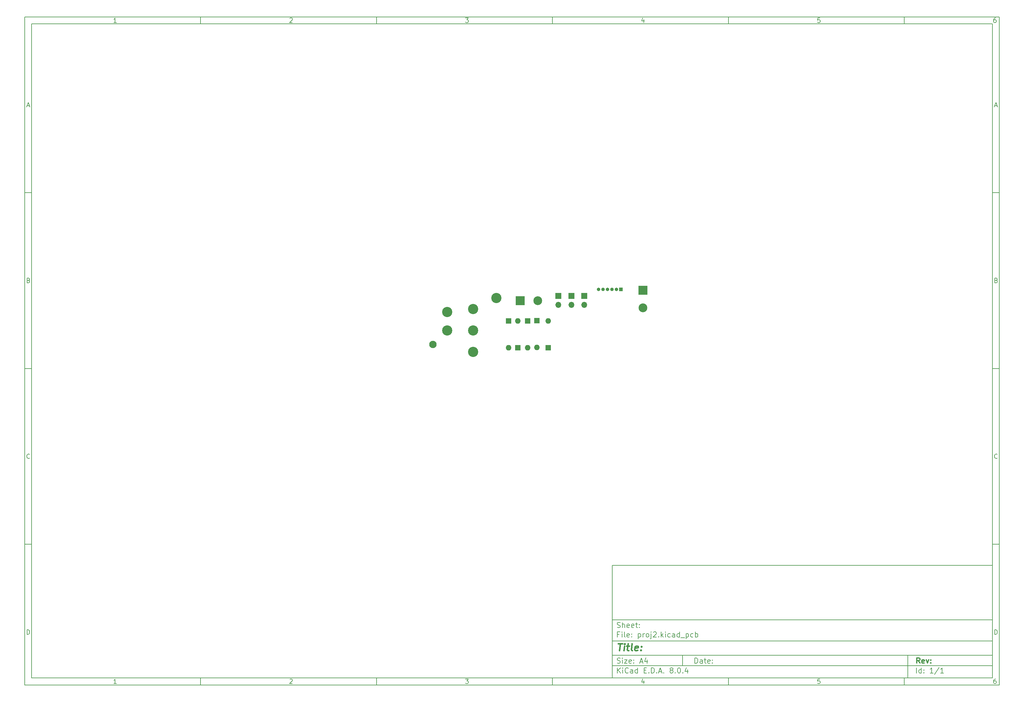
<source format=gbr>
%TF.GenerationSoftware,KiCad,Pcbnew,8.0.4*%
%TF.CreationDate,2024-08-19T20:14:01-04:00*%
%TF.ProjectId,proj2,70726f6a-322e-46b6-9963-61645f706362,rev?*%
%TF.SameCoordinates,Original*%
%TF.FileFunction,Soldermask,Bot*%
%TF.FilePolarity,Negative*%
%FSLAX46Y46*%
G04 Gerber Fmt 4.6, Leading zero omitted, Abs format (unit mm)*
G04 Created by KiCad (PCBNEW 8.0.4) date 2024-08-19 20:14:01*
%MOMM*%
%LPD*%
G01*
G04 APERTURE LIST*
%ADD10C,0.100000*%
%ADD11C,0.150000*%
%ADD12C,0.300000*%
%ADD13C,0.400000*%
%ADD14R,2.500000X2.500000*%
%ADD15C,2.500000*%
%ADD16R,1.600000X1.600000*%
%ADD17O,1.600000X1.600000*%
%ADD18C,2.100000*%
%ADD19C,2.900000*%
%ADD20R,1.700000X1.700000*%
%ADD21O,1.700000X1.700000*%
%ADD22R,1.000000X1.000000*%
%ADD23O,1.000000X1.000000*%
G04 APERTURE END LIST*
D10*
D11*
X177002200Y-166007200D02*
X285002200Y-166007200D01*
X285002200Y-198007200D01*
X177002200Y-198007200D01*
X177002200Y-166007200D01*
D10*
D11*
X10000000Y-10000000D02*
X287002200Y-10000000D01*
X287002200Y-200007200D01*
X10000000Y-200007200D01*
X10000000Y-10000000D01*
D10*
D11*
X12000000Y-12000000D02*
X285002200Y-12000000D01*
X285002200Y-198007200D01*
X12000000Y-198007200D01*
X12000000Y-12000000D01*
D10*
D11*
X60000000Y-12000000D02*
X60000000Y-10000000D01*
D10*
D11*
X110000000Y-12000000D02*
X110000000Y-10000000D01*
D10*
D11*
X160000000Y-12000000D02*
X160000000Y-10000000D01*
D10*
D11*
X210000000Y-12000000D02*
X210000000Y-10000000D01*
D10*
D11*
X260000000Y-12000000D02*
X260000000Y-10000000D01*
D10*
D11*
X36089160Y-11593604D02*
X35346303Y-11593604D01*
X35717731Y-11593604D02*
X35717731Y-10293604D01*
X35717731Y-10293604D02*
X35593922Y-10479319D01*
X35593922Y-10479319D02*
X35470112Y-10603128D01*
X35470112Y-10603128D02*
X35346303Y-10665033D01*
D10*
D11*
X85346303Y-10417414D02*
X85408207Y-10355509D01*
X85408207Y-10355509D02*
X85532017Y-10293604D01*
X85532017Y-10293604D02*
X85841541Y-10293604D01*
X85841541Y-10293604D02*
X85965350Y-10355509D01*
X85965350Y-10355509D02*
X86027255Y-10417414D01*
X86027255Y-10417414D02*
X86089160Y-10541223D01*
X86089160Y-10541223D02*
X86089160Y-10665033D01*
X86089160Y-10665033D02*
X86027255Y-10850747D01*
X86027255Y-10850747D02*
X85284398Y-11593604D01*
X85284398Y-11593604D02*
X86089160Y-11593604D01*
D10*
D11*
X135284398Y-10293604D02*
X136089160Y-10293604D01*
X136089160Y-10293604D02*
X135655826Y-10788842D01*
X135655826Y-10788842D02*
X135841541Y-10788842D01*
X135841541Y-10788842D02*
X135965350Y-10850747D01*
X135965350Y-10850747D02*
X136027255Y-10912652D01*
X136027255Y-10912652D02*
X136089160Y-11036461D01*
X136089160Y-11036461D02*
X136089160Y-11345985D01*
X136089160Y-11345985D02*
X136027255Y-11469795D01*
X136027255Y-11469795D02*
X135965350Y-11531700D01*
X135965350Y-11531700D02*
X135841541Y-11593604D01*
X135841541Y-11593604D02*
X135470112Y-11593604D01*
X135470112Y-11593604D02*
X135346303Y-11531700D01*
X135346303Y-11531700D02*
X135284398Y-11469795D01*
D10*
D11*
X185965350Y-10726938D02*
X185965350Y-11593604D01*
X185655826Y-10231700D02*
X185346303Y-11160271D01*
X185346303Y-11160271D02*
X186151064Y-11160271D01*
D10*
D11*
X236027255Y-10293604D02*
X235408207Y-10293604D01*
X235408207Y-10293604D02*
X235346303Y-10912652D01*
X235346303Y-10912652D02*
X235408207Y-10850747D01*
X235408207Y-10850747D02*
X235532017Y-10788842D01*
X235532017Y-10788842D02*
X235841541Y-10788842D01*
X235841541Y-10788842D02*
X235965350Y-10850747D01*
X235965350Y-10850747D02*
X236027255Y-10912652D01*
X236027255Y-10912652D02*
X236089160Y-11036461D01*
X236089160Y-11036461D02*
X236089160Y-11345985D01*
X236089160Y-11345985D02*
X236027255Y-11469795D01*
X236027255Y-11469795D02*
X235965350Y-11531700D01*
X235965350Y-11531700D02*
X235841541Y-11593604D01*
X235841541Y-11593604D02*
X235532017Y-11593604D01*
X235532017Y-11593604D02*
X235408207Y-11531700D01*
X235408207Y-11531700D02*
X235346303Y-11469795D01*
D10*
D11*
X285965350Y-10293604D02*
X285717731Y-10293604D01*
X285717731Y-10293604D02*
X285593922Y-10355509D01*
X285593922Y-10355509D02*
X285532017Y-10417414D01*
X285532017Y-10417414D02*
X285408207Y-10603128D01*
X285408207Y-10603128D02*
X285346303Y-10850747D01*
X285346303Y-10850747D02*
X285346303Y-11345985D01*
X285346303Y-11345985D02*
X285408207Y-11469795D01*
X285408207Y-11469795D02*
X285470112Y-11531700D01*
X285470112Y-11531700D02*
X285593922Y-11593604D01*
X285593922Y-11593604D02*
X285841541Y-11593604D01*
X285841541Y-11593604D02*
X285965350Y-11531700D01*
X285965350Y-11531700D02*
X286027255Y-11469795D01*
X286027255Y-11469795D02*
X286089160Y-11345985D01*
X286089160Y-11345985D02*
X286089160Y-11036461D01*
X286089160Y-11036461D02*
X286027255Y-10912652D01*
X286027255Y-10912652D02*
X285965350Y-10850747D01*
X285965350Y-10850747D02*
X285841541Y-10788842D01*
X285841541Y-10788842D02*
X285593922Y-10788842D01*
X285593922Y-10788842D02*
X285470112Y-10850747D01*
X285470112Y-10850747D02*
X285408207Y-10912652D01*
X285408207Y-10912652D02*
X285346303Y-11036461D01*
D10*
D11*
X60000000Y-198007200D02*
X60000000Y-200007200D01*
D10*
D11*
X110000000Y-198007200D02*
X110000000Y-200007200D01*
D10*
D11*
X160000000Y-198007200D02*
X160000000Y-200007200D01*
D10*
D11*
X210000000Y-198007200D02*
X210000000Y-200007200D01*
D10*
D11*
X260000000Y-198007200D02*
X260000000Y-200007200D01*
D10*
D11*
X36089160Y-199600804D02*
X35346303Y-199600804D01*
X35717731Y-199600804D02*
X35717731Y-198300804D01*
X35717731Y-198300804D02*
X35593922Y-198486519D01*
X35593922Y-198486519D02*
X35470112Y-198610328D01*
X35470112Y-198610328D02*
X35346303Y-198672233D01*
D10*
D11*
X85346303Y-198424614D02*
X85408207Y-198362709D01*
X85408207Y-198362709D02*
X85532017Y-198300804D01*
X85532017Y-198300804D02*
X85841541Y-198300804D01*
X85841541Y-198300804D02*
X85965350Y-198362709D01*
X85965350Y-198362709D02*
X86027255Y-198424614D01*
X86027255Y-198424614D02*
X86089160Y-198548423D01*
X86089160Y-198548423D02*
X86089160Y-198672233D01*
X86089160Y-198672233D02*
X86027255Y-198857947D01*
X86027255Y-198857947D02*
X85284398Y-199600804D01*
X85284398Y-199600804D02*
X86089160Y-199600804D01*
D10*
D11*
X135284398Y-198300804D02*
X136089160Y-198300804D01*
X136089160Y-198300804D02*
X135655826Y-198796042D01*
X135655826Y-198796042D02*
X135841541Y-198796042D01*
X135841541Y-198796042D02*
X135965350Y-198857947D01*
X135965350Y-198857947D02*
X136027255Y-198919852D01*
X136027255Y-198919852D02*
X136089160Y-199043661D01*
X136089160Y-199043661D02*
X136089160Y-199353185D01*
X136089160Y-199353185D02*
X136027255Y-199476995D01*
X136027255Y-199476995D02*
X135965350Y-199538900D01*
X135965350Y-199538900D02*
X135841541Y-199600804D01*
X135841541Y-199600804D02*
X135470112Y-199600804D01*
X135470112Y-199600804D02*
X135346303Y-199538900D01*
X135346303Y-199538900D02*
X135284398Y-199476995D01*
D10*
D11*
X185965350Y-198734138D02*
X185965350Y-199600804D01*
X185655826Y-198238900D02*
X185346303Y-199167471D01*
X185346303Y-199167471D02*
X186151064Y-199167471D01*
D10*
D11*
X236027255Y-198300804D02*
X235408207Y-198300804D01*
X235408207Y-198300804D02*
X235346303Y-198919852D01*
X235346303Y-198919852D02*
X235408207Y-198857947D01*
X235408207Y-198857947D02*
X235532017Y-198796042D01*
X235532017Y-198796042D02*
X235841541Y-198796042D01*
X235841541Y-198796042D02*
X235965350Y-198857947D01*
X235965350Y-198857947D02*
X236027255Y-198919852D01*
X236027255Y-198919852D02*
X236089160Y-199043661D01*
X236089160Y-199043661D02*
X236089160Y-199353185D01*
X236089160Y-199353185D02*
X236027255Y-199476995D01*
X236027255Y-199476995D02*
X235965350Y-199538900D01*
X235965350Y-199538900D02*
X235841541Y-199600804D01*
X235841541Y-199600804D02*
X235532017Y-199600804D01*
X235532017Y-199600804D02*
X235408207Y-199538900D01*
X235408207Y-199538900D02*
X235346303Y-199476995D01*
D10*
D11*
X285965350Y-198300804D02*
X285717731Y-198300804D01*
X285717731Y-198300804D02*
X285593922Y-198362709D01*
X285593922Y-198362709D02*
X285532017Y-198424614D01*
X285532017Y-198424614D02*
X285408207Y-198610328D01*
X285408207Y-198610328D02*
X285346303Y-198857947D01*
X285346303Y-198857947D02*
X285346303Y-199353185D01*
X285346303Y-199353185D02*
X285408207Y-199476995D01*
X285408207Y-199476995D02*
X285470112Y-199538900D01*
X285470112Y-199538900D02*
X285593922Y-199600804D01*
X285593922Y-199600804D02*
X285841541Y-199600804D01*
X285841541Y-199600804D02*
X285965350Y-199538900D01*
X285965350Y-199538900D02*
X286027255Y-199476995D01*
X286027255Y-199476995D02*
X286089160Y-199353185D01*
X286089160Y-199353185D02*
X286089160Y-199043661D01*
X286089160Y-199043661D02*
X286027255Y-198919852D01*
X286027255Y-198919852D02*
X285965350Y-198857947D01*
X285965350Y-198857947D02*
X285841541Y-198796042D01*
X285841541Y-198796042D02*
X285593922Y-198796042D01*
X285593922Y-198796042D02*
X285470112Y-198857947D01*
X285470112Y-198857947D02*
X285408207Y-198919852D01*
X285408207Y-198919852D02*
X285346303Y-199043661D01*
D10*
D11*
X10000000Y-60000000D02*
X12000000Y-60000000D01*
D10*
D11*
X10000000Y-110000000D02*
X12000000Y-110000000D01*
D10*
D11*
X10000000Y-160000000D02*
X12000000Y-160000000D01*
D10*
D11*
X10690476Y-35222176D02*
X11309523Y-35222176D01*
X10566666Y-35593604D02*
X10999999Y-34293604D01*
X10999999Y-34293604D02*
X11433333Y-35593604D01*
D10*
D11*
X11092857Y-84912652D02*
X11278571Y-84974557D01*
X11278571Y-84974557D02*
X11340476Y-85036461D01*
X11340476Y-85036461D02*
X11402380Y-85160271D01*
X11402380Y-85160271D02*
X11402380Y-85345985D01*
X11402380Y-85345985D02*
X11340476Y-85469795D01*
X11340476Y-85469795D02*
X11278571Y-85531700D01*
X11278571Y-85531700D02*
X11154761Y-85593604D01*
X11154761Y-85593604D02*
X10659523Y-85593604D01*
X10659523Y-85593604D02*
X10659523Y-84293604D01*
X10659523Y-84293604D02*
X11092857Y-84293604D01*
X11092857Y-84293604D02*
X11216666Y-84355509D01*
X11216666Y-84355509D02*
X11278571Y-84417414D01*
X11278571Y-84417414D02*
X11340476Y-84541223D01*
X11340476Y-84541223D02*
X11340476Y-84665033D01*
X11340476Y-84665033D02*
X11278571Y-84788842D01*
X11278571Y-84788842D02*
X11216666Y-84850747D01*
X11216666Y-84850747D02*
X11092857Y-84912652D01*
X11092857Y-84912652D02*
X10659523Y-84912652D01*
D10*
D11*
X11402380Y-135469795D02*
X11340476Y-135531700D01*
X11340476Y-135531700D02*
X11154761Y-135593604D01*
X11154761Y-135593604D02*
X11030952Y-135593604D01*
X11030952Y-135593604D02*
X10845238Y-135531700D01*
X10845238Y-135531700D02*
X10721428Y-135407890D01*
X10721428Y-135407890D02*
X10659523Y-135284080D01*
X10659523Y-135284080D02*
X10597619Y-135036461D01*
X10597619Y-135036461D02*
X10597619Y-134850747D01*
X10597619Y-134850747D02*
X10659523Y-134603128D01*
X10659523Y-134603128D02*
X10721428Y-134479319D01*
X10721428Y-134479319D02*
X10845238Y-134355509D01*
X10845238Y-134355509D02*
X11030952Y-134293604D01*
X11030952Y-134293604D02*
X11154761Y-134293604D01*
X11154761Y-134293604D02*
X11340476Y-134355509D01*
X11340476Y-134355509D02*
X11402380Y-134417414D01*
D10*
D11*
X10659523Y-185593604D02*
X10659523Y-184293604D01*
X10659523Y-184293604D02*
X10969047Y-184293604D01*
X10969047Y-184293604D02*
X11154761Y-184355509D01*
X11154761Y-184355509D02*
X11278571Y-184479319D01*
X11278571Y-184479319D02*
X11340476Y-184603128D01*
X11340476Y-184603128D02*
X11402380Y-184850747D01*
X11402380Y-184850747D02*
X11402380Y-185036461D01*
X11402380Y-185036461D02*
X11340476Y-185284080D01*
X11340476Y-185284080D02*
X11278571Y-185407890D01*
X11278571Y-185407890D02*
X11154761Y-185531700D01*
X11154761Y-185531700D02*
X10969047Y-185593604D01*
X10969047Y-185593604D02*
X10659523Y-185593604D01*
D10*
D11*
X287002200Y-60000000D02*
X285002200Y-60000000D01*
D10*
D11*
X287002200Y-110000000D02*
X285002200Y-110000000D01*
D10*
D11*
X287002200Y-160000000D02*
X285002200Y-160000000D01*
D10*
D11*
X285692676Y-35222176D02*
X286311723Y-35222176D01*
X285568866Y-35593604D02*
X286002199Y-34293604D01*
X286002199Y-34293604D02*
X286435533Y-35593604D01*
D10*
D11*
X286095057Y-84912652D02*
X286280771Y-84974557D01*
X286280771Y-84974557D02*
X286342676Y-85036461D01*
X286342676Y-85036461D02*
X286404580Y-85160271D01*
X286404580Y-85160271D02*
X286404580Y-85345985D01*
X286404580Y-85345985D02*
X286342676Y-85469795D01*
X286342676Y-85469795D02*
X286280771Y-85531700D01*
X286280771Y-85531700D02*
X286156961Y-85593604D01*
X286156961Y-85593604D02*
X285661723Y-85593604D01*
X285661723Y-85593604D02*
X285661723Y-84293604D01*
X285661723Y-84293604D02*
X286095057Y-84293604D01*
X286095057Y-84293604D02*
X286218866Y-84355509D01*
X286218866Y-84355509D02*
X286280771Y-84417414D01*
X286280771Y-84417414D02*
X286342676Y-84541223D01*
X286342676Y-84541223D02*
X286342676Y-84665033D01*
X286342676Y-84665033D02*
X286280771Y-84788842D01*
X286280771Y-84788842D02*
X286218866Y-84850747D01*
X286218866Y-84850747D02*
X286095057Y-84912652D01*
X286095057Y-84912652D02*
X285661723Y-84912652D01*
D10*
D11*
X286404580Y-135469795D02*
X286342676Y-135531700D01*
X286342676Y-135531700D02*
X286156961Y-135593604D01*
X286156961Y-135593604D02*
X286033152Y-135593604D01*
X286033152Y-135593604D02*
X285847438Y-135531700D01*
X285847438Y-135531700D02*
X285723628Y-135407890D01*
X285723628Y-135407890D02*
X285661723Y-135284080D01*
X285661723Y-135284080D02*
X285599819Y-135036461D01*
X285599819Y-135036461D02*
X285599819Y-134850747D01*
X285599819Y-134850747D02*
X285661723Y-134603128D01*
X285661723Y-134603128D02*
X285723628Y-134479319D01*
X285723628Y-134479319D02*
X285847438Y-134355509D01*
X285847438Y-134355509D02*
X286033152Y-134293604D01*
X286033152Y-134293604D02*
X286156961Y-134293604D01*
X286156961Y-134293604D02*
X286342676Y-134355509D01*
X286342676Y-134355509D02*
X286404580Y-134417414D01*
D10*
D11*
X285661723Y-185593604D02*
X285661723Y-184293604D01*
X285661723Y-184293604D02*
X285971247Y-184293604D01*
X285971247Y-184293604D02*
X286156961Y-184355509D01*
X286156961Y-184355509D02*
X286280771Y-184479319D01*
X286280771Y-184479319D02*
X286342676Y-184603128D01*
X286342676Y-184603128D02*
X286404580Y-184850747D01*
X286404580Y-184850747D02*
X286404580Y-185036461D01*
X286404580Y-185036461D02*
X286342676Y-185284080D01*
X286342676Y-185284080D02*
X286280771Y-185407890D01*
X286280771Y-185407890D02*
X286156961Y-185531700D01*
X286156961Y-185531700D02*
X285971247Y-185593604D01*
X285971247Y-185593604D02*
X285661723Y-185593604D01*
D10*
D11*
X200458026Y-193793328D02*
X200458026Y-192293328D01*
X200458026Y-192293328D02*
X200815169Y-192293328D01*
X200815169Y-192293328D02*
X201029455Y-192364757D01*
X201029455Y-192364757D02*
X201172312Y-192507614D01*
X201172312Y-192507614D02*
X201243741Y-192650471D01*
X201243741Y-192650471D02*
X201315169Y-192936185D01*
X201315169Y-192936185D02*
X201315169Y-193150471D01*
X201315169Y-193150471D02*
X201243741Y-193436185D01*
X201243741Y-193436185D02*
X201172312Y-193579042D01*
X201172312Y-193579042D02*
X201029455Y-193721900D01*
X201029455Y-193721900D02*
X200815169Y-193793328D01*
X200815169Y-193793328D02*
X200458026Y-193793328D01*
X202600884Y-193793328D02*
X202600884Y-193007614D01*
X202600884Y-193007614D02*
X202529455Y-192864757D01*
X202529455Y-192864757D02*
X202386598Y-192793328D01*
X202386598Y-192793328D02*
X202100884Y-192793328D01*
X202100884Y-192793328D02*
X201958026Y-192864757D01*
X202600884Y-193721900D02*
X202458026Y-193793328D01*
X202458026Y-193793328D02*
X202100884Y-193793328D01*
X202100884Y-193793328D02*
X201958026Y-193721900D01*
X201958026Y-193721900D02*
X201886598Y-193579042D01*
X201886598Y-193579042D02*
X201886598Y-193436185D01*
X201886598Y-193436185D02*
X201958026Y-193293328D01*
X201958026Y-193293328D02*
X202100884Y-193221900D01*
X202100884Y-193221900D02*
X202458026Y-193221900D01*
X202458026Y-193221900D02*
X202600884Y-193150471D01*
X203100884Y-192793328D02*
X203672312Y-192793328D01*
X203315169Y-192293328D02*
X203315169Y-193579042D01*
X203315169Y-193579042D02*
X203386598Y-193721900D01*
X203386598Y-193721900D02*
X203529455Y-193793328D01*
X203529455Y-193793328D02*
X203672312Y-193793328D01*
X204743741Y-193721900D02*
X204600884Y-193793328D01*
X204600884Y-193793328D02*
X204315170Y-193793328D01*
X204315170Y-193793328D02*
X204172312Y-193721900D01*
X204172312Y-193721900D02*
X204100884Y-193579042D01*
X204100884Y-193579042D02*
X204100884Y-193007614D01*
X204100884Y-193007614D02*
X204172312Y-192864757D01*
X204172312Y-192864757D02*
X204315170Y-192793328D01*
X204315170Y-192793328D02*
X204600884Y-192793328D01*
X204600884Y-192793328D02*
X204743741Y-192864757D01*
X204743741Y-192864757D02*
X204815170Y-193007614D01*
X204815170Y-193007614D02*
X204815170Y-193150471D01*
X204815170Y-193150471D02*
X204100884Y-193293328D01*
X205458026Y-193650471D02*
X205529455Y-193721900D01*
X205529455Y-193721900D02*
X205458026Y-193793328D01*
X205458026Y-193793328D02*
X205386598Y-193721900D01*
X205386598Y-193721900D02*
X205458026Y-193650471D01*
X205458026Y-193650471D02*
X205458026Y-193793328D01*
X205458026Y-192864757D02*
X205529455Y-192936185D01*
X205529455Y-192936185D02*
X205458026Y-193007614D01*
X205458026Y-193007614D02*
X205386598Y-192936185D01*
X205386598Y-192936185D02*
X205458026Y-192864757D01*
X205458026Y-192864757D02*
X205458026Y-193007614D01*
D10*
D11*
X177002200Y-194507200D02*
X285002200Y-194507200D01*
D10*
D11*
X178458026Y-196593328D02*
X178458026Y-195093328D01*
X179315169Y-196593328D02*
X178672312Y-195736185D01*
X179315169Y-195093328D02*
X178458026Y-195950471D01*
X179958026Y-196593328D02*
X179958026Y-195593328D01*
X179958026Y-195093328D02*
X179886598Y-195164757D01*
X179886598Y-195164757D02*
X179958026Y-195236185D01*
X179958026Y-195236185D02*
X180029455Y-195164757D01*
X180029455Y-195164757D02*
X179958026Y-195093328D01*
X179958026Y-195093328D02*
X179958026Y-195236185D01*
X181529455Y-196450471D02*
X181458027Y-196521900D01*
X181458027Y-196521900D02*
X181243741Y-196593328D01*
X181243741Y-196593328D02*
X181100884Y-196593328D01*
X181100884Y-196593328D02*
X180886598Y-196521900D01*
X180886598Y-196521900D02*
X180743741Y-196379042D01*
X180743741Y-196379042D02*
X180672312Y-196236185D01*
X180672312Y-196236185D02*
X180600884Y-195950471D01*
X180600884Y-195950471D02*
X180600884Y-195736185D01*
X180600884Y-195736185D02*
X180672312Y-195450471D01*
X180672312Y-195450471D02*
X180743741Y-195307614D01*
X180743741Y-195307614D02*
X180886598Y-195164757D01*
X180886598Y-195164757D02*
X181100884Y-195093328D01*
X181100884Y-195093328D02*
X181243741Y-195093328D01*
X181243741Y-195093328D02*
X181458027Y-195164757D01*
X181458027Y-195164757D02*
X181529455Y-195236185D01*
X182815170Y-196593328D02*
X182815170Y-195807614D01*
X182815170Y-195807614D02*
X182743741Y-195664757D01*
X182743741Y-195664757D02*
X182600884Y-195593328D01*
X182600884Y-195593328D02*
X182315170Y-195593328D01*
X182315170Y-195593328D02*
X182172312Y-195664757D01*
X182815170Y-196521900D02*
X182672312Y-196593328D01*
X182672312Y-196593328D02*
X182315170Y-196593328D01*
X182315170Y-196593328D02*
X182172312Y-196521900D01*
X182172312Y-196521900D02*
X182100884Y-196379042D01*
X182100884Y-196379042D02*
X182100884Y-196236185D01*
X182100884Y-196236185D02*
X182172312Y-196093328D01*
X182172312Y-196093328D02*
X182315170Y-196021900D01*
X182315170Y-196021900D02*
X182672312Y-196021900D01*
X182672312Y-196021900D02*
X182815170Y-195950471D01*
X184172313Y-196593328D02*
X184172313Y-195093328D01*
X184172313Y-196521900D02*
X184029455Y-196593328D01*
X184029455Y-196593328D02*
X183743741Y-196593328D01*
X183743741Y-196593328D02*
X183600884Y-196521900D01*
X183600884Y-196521900D02*
X183529455Y-196450471D01*
X183529455Y-196450471D02*
X183458027Y-196307614D01*
X183458027Y-196307614D02*
X183458027Y-195879042D01*
X183458027Y-195879042D02*
X183529455Y-195736185D01*
X183529455Y-195736185D02*
X183600884Y-195664757D01*
X183600884Y-195664757D02*
X183743741Y-195593328D01*
X183743741Y-195593328D02*
X184029455Y-195593328D01*
X184029455Y-195593328D02*
X184172313Y-195664757D01*
X186029455Y-195807614D02*
X186529455Y-195807614D01*
X186743741Y-196593328D02*
X186029455Y-196593328D01*
X186029455Y-196593328D02*
X186029455Y-195093328D01*
X186029455Y-195093328D02*
X186743741Y-195093328D01*
X187386598Y-196450471D02*
X187458027Y-196521900D01*
X187458027Y-196521900D02*
X187386598Y-196593328D01*
X187386598Y-196593328D02*
X187315170Y-196521900D01*
X187315170Y-196521900D02*
X187386598Y-196450471D01*
X187386598Y-196450471D02*
X187386598Y-196593328D01*
X188100884Y-196593328D02*
X188100884Y-195093328D01*
X188100884Y-195093328D02*
X188458027Y-195093328D01*
X188458027Y-195093328D02*
X188672313Y-195164757D01*
X188672313Y-195164757D02*
X188815170Y-195307614D01*
X188815170Y-195307614D02*
X188886599Y-195450471D01*
X188886599Y-195450471D02*
X188958027Y-195736185D01*
X188958027Y-195736185D02*
X188958027Y-195950471D01*
X188958027Y-195950471D02*
X188886599Y-196236185D01*
X188886599Y-196236185D02*
X188815170Y-196379042D01*
X188815170Y-196379042D02*
X188672313Y-196521900D01*
X188672313Y-196521900D02*
X188458027Y-196593328D01*
X188458027Y-196593328D02*
X188100884Y-196593328D01*
X189600884Y-196450471D02*
X189672313Y-196521900D01*
X189672313Y-196521900D02*
X189600884Y-196593328D01*
X189600884Y-196593328D02*
X189529456Y-196521900D01*
X189529456Y-196521900D02*
X189600884Y-196450471D01*
X189600884Y-196450471D02*
X189600884Y-196593328D01*
X190243742Y-196164757D02*
X190958028Y-196164757D01*
X190100885Y-196593328D02*
X190600885Y-195093328D01*
X190600885Y-195093328D02*
X191100885Y-196593328D01*
X191600884Y-196450471D02*
X191672313Y-196521900D01*
X191672313Y-196521900D02*
X191600884Y-196593328D01*
X191600884Y-196593328D02*
X191529456Y-196521900D01*
X191529456Y-196521900D02*
X191600884Y-196450471D01*
X191600884Y-196450471D02*
X191600884Y-196593328D01*
X193672313Y-195736185D02*
X193529456Y-195664757D01*
X193529456Y-195664757D02*
X193458027Y-195593328D01*
X193458027Y-195593328D02*
X193386599Y-195450471D01*
X193386599Y-195450471D02*
X193386599Y-195379042D01*
X193386599Y-195379042D02*
X193458027Y-195236185D01*
X193458027Y-195236185D02*
X193529456Y-195164757D01*
X193529456Y-195164757D02*
X193672313Y-195093328D01*
X193672313Y-195093328D02*
X193958027Y-195093328D01*
X193958027Y-195093328D02*
X194100885Y-195164757D01*
X194100885Y-195164757D02*
X194172313Y-195236185D01*
X194172313Y-195236185D02*
X194243742Y-195379042D01*
X194243742Y-195379042D02*
X194243742Y-195450471D01*
X194243742Y-195450471D02*
X194172313Y-195593328D01*
X194172313Y-195593328D02*
X194100885Y-195664757D01*
X194100885Y-195664757D02*
X193958027Y-195736185D01*
X193958027Y-195736185D02*
X193672313Y-195736185D01*
X193672313Y-195736185D02*
X193529456Y-195807614D01*
X193529456Y-195807614D02*
X193458027Y-195879042D01*
X193458027Y-195879042D02*
X193386599Y-196021900D01*
X193386599Y-196021900D02*
X193386599Y-196307614D01*
X193386599Y-196307614D02*
X193458027Y-196450471D01*
X193458027Y-196450471D02*
X193529456Y-196521900D01*
X193529456Y-196521900D02*
X193672313Y-196593328D01*
X193672313Y-196593328D02*
X193958027Y-196593328D01*
X193958027Y-196593328D02*
X194100885Y-196521900D01*
X194100885Y-196521900D02*
X194172313Y-196450471D01*
X194172313Y-196450471D02*
X194243742Y-196307614D01*
X194243742Y-196307614D02*
X194243742Y-196021900D01*
X194243742Y-196021900D02*
X194172313Y-195879042D01*
X194172313Y-195879042D02*
X194100885Y-195807614D01*
X194100885Y-195807614D02*
X193958027Y-195736185D01*
X194886598Y-196450471D02*
X194958027Y-196521900D01*
X194958027Y-196521900D02*
X194886598Y-196593328D01*
X194886598Y-196593328D02*
X194815170Y-196521900D01*
X194815170Y-196521900D02*
X194886598Y-196450471D01*
X194886598Y-196450471D02*
X194886598Y-196593328D01*
X195886599Y-195093328D02*
X196029456Y-195093328D01*
X196029456Y-195093328D02*
X196172313Y-195164757D01*
X196172313Y-195164757D02*
X196243742Y-195236185D01*
X196243742Y-195236185D02*
X196315170Y-195379042D01*
X196315170Y-195379042D02*
X196386599Y-195664757D01*
X196386599Y-195664757D02*
X196386599Y-196021900D01*
X196386599Y-196021900D02*
X196315170Y-196307614D01*
X196315170Y-196307614D02*
X196243742Y-196450471D01*
X196243742Y-196450471D02*
X196172313Y-196521900D01*
X196172313Y-196521900D02*
X196029456Y-196593328D01*
X196029456Y-196593328D02*
X195886599Y-196593328D01*
X195886599Y-196593328D02*
X195743742Y-196521900D01*
X195743742Y-196521900D02*
X195672313Y-196450471D01*
X195672313Y-196450471D02*
X195600884Y-196307614D01*
X195600884Y-196307614D02*
X195529456Y-196021900D01*
X195529456Y-196021900D02*
X195529456Y-195664757D01*
X195529456Y-195664757D02*
X195600884Y-195379042D01*
X195600884Y-195379042D02*
X195672313Y-195236185D01*
X195672313Y-195236185D02*
X195743742Y-195164757D01*
X195743742Y-195164757D02*
X195886599Y-195093328D01*
X197029455Y-196450471D02*
X197100884Y-196521900D01*
X197100884Y-196521900D02*
X197029455Y-196593328D01*
X197029455Y-196593328D02*
X196958027Y-196521900D01*
X196958027Y-196521900D02*
X197029455Y-196450471D01*
X197029455Y-196450471D02*
X197029455Y-196593328D01*
X198386599Y-195593328D02*
X198386599Y-196593328D01*
X198029456Y-195021900D02*
X197672313Y-196093328D01*
X197672313Y-196093328D02*
X198600884Y-196093328D01*
D10*
D11*
X177002200Y-191507200D02*
X285002200Y-191507200D01*
D10*
D12*
X264413853Y-193785528D02*
X263913853Y-193071242D01*
X263556710Y-193785528D02*
X263556710Y-192285528D01*
X263556710Y-192285528D02*
X264128139Y-192285528D01*
X264128139Y-192285528D02*
X264270996Y-192356957D01*
X264270996Y-192356957D02*
X264342425Y-192428385D01*
X264342425Y-192428385D02*
X264413853Y-192571242D01*
X264413853Y-192571242D02*
X264413853Y-192785528D01*
X264413853Y-192785528D02*
X264342425Y-192928385D01*
X264342425Y-192928385D02*
X264270996Y-192999814D01*
X264270996Y-192999814D02*
X264128139Y-193071242D01*
X264128139Y-193071242D02*
X263556710Y-193071242D01*
X265628139Y-193714100D02*
X265485282Y-193785528D01*
X265485282Y-193785528D02*
X265199568Y-193785528D01*
X265199568Y-193785528D02*
X265056710Y-193714100D01*
X265056710Y-193714100D02*
X264985282Y-193571242D01*
X264985282Y-193571242D02*
X264985282Y-192999814D01*
X264985282Y-192999814D02*
X265056710Y-192856957D01*
X265056710Y-192856957D02*
X265199568Y-192785528D01*
X265199568Y-192785528D02*
X265485282Y-192785528D01*
X265485282Y-192785528D02*
X265628139Y-192856957D01*
X265628139Y-192856957D02*
X265699568Y-192999814D01*
X265699568Y-192999814D02*
X265699568Y-193142671D01*
X265699568Y-193142671D02*
X264985282Y-193285528D01*
X266199567Y-192785528D02*
X266556710Y-193785528D01*
X266556710Y-193785528D02*
X266913853Y-192785528D01*
X267485281Y-193642671D02*
X267556710Y-193714100D01*
X267556710Y-193714100D02*
X267485281Y-193785528D01*
X267485281Y-193785528D02*
X267413853Y-193714100D01*
X267413853Y-193714100D02*
X267485281Y-193642671D01*
X267485281Y-193642671D02*
X267485281Y-193785528D01*
X267485281Y-192856957D02*
X267556710Y-192928385D01*
X267556710Y-192928385D02*
X267485281Y-192999814D01*
X267485281Y-192999814D02*
X267413853Y-192928385D01*
X267413853Y-192928385D02*
X267485281Y-192856957D01*
X267485281Y-192856957D02*
X267485281Y-192999814D01*
D10*
D11*
X178386598Y-193721900D02*
X178600884Y-193793328D01*
X178600884Y-193793328D02*
X178958026Y-193793328D01*
X178958026Y-193793328D02*
X179100884Y-193721900D01*
X179100884Y-193721900D02*
X179172312Y-193650471D01*
X179172312Y-193650471D02*
X179243741Y-193507614D01*
X179243741Y-193507614D02*
X179243741Y-193364757D01*
X179243741Y-193364757D02*
X179172312Y-193221900D01*
X179172312Y-193221900D02*
X179100884Y-193150471D01*
X179100884Y-193150471D02*
X178958026Y-193079042D01*
X178958026Y-193079042D02*
X178672312Y-193007614D01*
X178672312Y-193007614D02*
X178529455Y-192936185D01*
X178529455Y-192936185D02*
X178458026Y-192864757D01*
X178458026Y-192864757D02*
X178386598Y-192721900D01*
X178386598Y-192721900D02*
X178386598Y-192579042D01*
X178386598Y-192579042D02*
X178458026Y-192436185D01*
X178458026Y-192436185D02*
X178529455Y-192364757D01*
X178529455Y-192364757D02*
X178672312Y-192293328D01*
X178672312Y-192293328D02*
X179029455Y-192293328D01*
X179029455Y-192293328D02*
X179243741Y-192364757D01*
X179886597Y-193793328D02*
X179886597Y-192793328D01*
X179886597Y-192293328D02*
X179815169Y-192364757D01*
X179815169Y-192364757D02*
X179886597Y-192436185D01*
X179886597Y-192436185D02*
X179958026Y-192364757D01*
X179958026Y-192364757D02*
X179886597Y-192293328D01*
X179886597Y-192293328D02*
X179886597Y-192436185D01*
X180458026Y-192793328D02*
X181243741Y-192793328D01*
X181243741Y-192793328D02*
X180458026Y-193793328D01*
X180458026Y-193793328D02*
X181243741Y-193793328D01*
X182386598Y-193721900D02*
X182243741Y-193793328D01*
X182243741Y-193793328D02*
X181958027Y-193793328D01*
X181958027Y-193793328D02*
X181815169Y-193721900D01*
X181815169Y-193721900D02*
X181743741Y-193579042D01*
X181743741Y-193579042D02*
X181743741Y-193007614D01*
X181743741Y-193007614D02*
X181815169Y-192864757D01*
X181815169Y-192864757D02*
X181958027Y-192793328D01*
X181958027Y-192793328D02*
X182243741Y-192793328D01*
X182243741Y-192793328D02*
X182386598Y-192864757D01*
X182386598Y-192864757D02*
X182458027Y-193007614D01*
X182458027Y-193007614D02*
X182458027Y-193150471D01*
X182458027Y-193150471D02*
X181743741Y-193293328D01*
X183100883Y-193650471D02*
X183172312Y-193721900D01*
X183172312Y-193721900D02*
X183100883Y-193793328D01*
X183100883Y-193793328D02*
X183029455Y-193721900D01*
X183029455Y-193721900D02*
X183100883Y-193650471D01*
X183100883Y-193650471D02*
X183100883Y-193793328D01*
X183100883Y-192864757D02*
X183172312Y-192936185D01*
X183172312Y-192936185D02*
X183100883Y-193007614D01*
X183100883Y-193007614D02*
X183029455Y-192936185D01*
X183029455Y-192936185D02*
X183100883Y-192864757D01*
X183100883Y-192864757D02*
X183100883Y-193007614D01*
X184886598Y-193364757D02*
X185600884Y-193364757D01*
X184743741Y-193793328D02*
X185243741Y-192293328D01*
X185243741Y-192293328D02*
X185743741Y-193793328D01*
X186886598Y-192793328D02*
X186886598Y-193793328D01*
X186529455Y-192221900D02*
X186172312Y-193293328D01*
X186172312Y-193293328D02*
X187100883Y-193293328D01*
D10*
D11*
X263458026Y-196593328D02*
X263458026Y-195093328D01*
X264815170Y-196593328D02*
X264815170Y-195093328D01*
X264815170Y-196521900D02*
X264672312Y-196593328D01*
X264672312Y-196593328D02*
X264386598Y-196593328D01*
X264386598Y-196593328D02*
X264243741Y-196521900D01*
X264243741Y-196521900D02*
X264172312Y-196450471D01*
X264172312Y-196450471D02*
X264100884Y-196307614D01*
X264100884Y-196307614D02*
X264100884Y-195879042D01*
X264100884Y-195879042D02*
X264172312Y-195736185D01*
X264172312Y-195736185D02*
X264243741Y-195664757D01*
X264243741Y-195664757D02*
X264386598Y-195593328D01*
X264386598Y-195593328D02*
X264672312Y-195593328D01*
X264672312Y-195593328D02*
X264815170Y-195664757D01*
X265529455Y-196450471D02*
X265600884Y-196521900D01*
X265600884Y-196521900D02*
X265529455Y-196593328D01*
X265529455Y-196593328D02*
X265458027Y-196521900D01*
X265458027Y-196521900D02*
X265529455Y-196450471D01*
X265529455Y-196450471D02*
X265529455Y-196593328D01*
X265529455Y-195664757D02*
X265600884Y-195736185D01*
X265600884Y-195736185D02*
X265529455Y-195807614D01*
X265529455Y-195807614D02*
X265458027Y-195736185D01*
X265458027Y-195736185D02*
X265529455Y-195664757D01*
X265529455Y-195664757D02*
X265529455Y-195807614D01*
X268172313Y-196593328D02*
X267315170Y-196593328D01*
X267743741Y-196593328D02*
X267743741Y-195093328D01*
X267743741Y-195093328D02*
X267600884Y-195307614D01*
X267600884Y-195307614D02*
X267458027Y-195450471D01*
X267458027Y-195450471D02*
X267315170Y-195521900D01*
X269886598Y-195021900D02*
X268600884Y-196950471D01*
X271172313Y-196593328D02*
X270315170Y-196593328D01*
X270743741Y-196593328D02*
X270743741Y-195093328D01*
X270743741Y-195093328D02*
X270600884Y-195307614D01*
X270600884Y-195307614D02*
X270458027Y-195450471D01*
X270458027Y-195450471D02*
X270315170Y-195521900D01*
D10*
D11*
X177002200Y-187507200D02*
X285002200Y-187507200D01*
D10*
D13*
X178693928Y-188211638D02*
X179836785Y-188211638D01*
X179015357Y-190211638D02*
X179265357Y-188211638D01*
X180253452Y-190211638D02*
X180420119Y-188878304D01*
X180503452Y-188211638D02*
X180396309Y-188306876D01*
X180396309Y-188306876D02*
X180479643Y-188402114D01*
X180479643Y-188402114D02*
X180586786Y-188306876D01*
X180586786Y-188306876D02*
X180503452Y-188211638D01*
X180503452Y-188211638D02*
X180479643Y-188402114D01*
X181086786Y-188878304D02*
X181848690Y-188878304D01*
X181455833Y-188211638D02*
X181241548Y-189925923D01*
X181241548Y-189925923D02*
X181312976Y-190116400D01*
X181312976Y-190116400D02*
X181491548Y-190211638D01*
X181491548Y-190211638D02*
X181682024Y-190211638D01*
X182634405Y-190211638D02*
X182455833Y-190116400D01*
X182455833Y-190116400D02*
X182384405Y-189925923D01*
X182384405Y-189925923D02*
X182598690Y-188211638D01*
X184170119Y-190116400D02*
X183967738Y-190211638D01*
X183967738Y-190211638D02*
X183586785Y-190211638D01*
X183586785Y-190211638D02*
X183408214Y-190116400D01*
X183408214Y-190116400D02*
X183336785Y-189925923D01*
X183336785Y-189925923D02*
X183432024Y-189164019D01*
X183432024Y-189164019D02*
X183551071Y-188973542D01*
X183551071Y-188973542D02*
X183753452Y-188878304D01*
X183753452Y-188878304D02*
X184134404Y-188878304D01*
X184134404Y-188878304D02*
X184312976Y-188973542D01*
X184312976Y-188973542D02*
X184384404Y-189164019D01*
X184384404Y-189164019D02*
X184360595Y-189354495D01*
X184360595Y-189354495D02*
X183384404Y-189544971D01*
X185134405Y-190021161D02*
X185217738Y-190116400D01*
X185217738Y-190116400D02*
X185110595Y-190211638D01*
X185110595Y-190211638D02*
X185027262Y-190116400D01*
X185027262Y-190116400D02*
X185134405Y-190021161D01*
X185134405Y-190021161D02*
X185110595Y-190211638D01*
X185265357Y-188973542D02*
X185348690Y-189068780D01*
X185348690Y-189068780D02*
X185241548Y-189164019D01*
X185241548Y-189164019D02*
X185158214Y-189068780D01*
X185158214Y-189068780D02*
X185265357Y-188973542D01*
X185265357Y-188973542D02*
X185241548Y-189164019D01*
D10*
D11*
X178958026Y-185607614D02*
X178458026Y-185607614D01*
X178458026Y-186393328D02*
X178458026Y-184893328D01*
X178458026Y-184893328D02*
X179172312Y-184893328D01*
X179743740Y-186393328D02*
X179743740Y-185393328D01*
X179743740Y-184893328D02*
X179672312Y-184964757D01*
X179672312Y-184964757D02*
X179743740Y-185036185D01*
X179743740Y-185036185D02*
X179815169Y-184964757D01*
X179815169Y-184964757D02*
X179743740Y-184893328D01*
X179743740Y-184893328D02*
X179743740Y-185036185D01*
X180672312Y-186393328D02*
X180529455Y-186321900D01*
X180529455Y-186321900D02*
X180458026Y-186179042D01*
X180458026Y-186179042D02*
X180458026Y-184893328D01*
X181815169Y-186321900D02*
X181672312Y-186393328D01*
X181672312Y-186393328D02*
X181386598Y-186393328D01*
X181386598Y-186393328D02*
X181243740Y-186321900D01*
X181243740Y-186321900D02*
X181172312Y-186179042D01*
X181172312Y-186179042D02*
X181172312Y-185607614D01*
X181172312Y-185607614D02*
X181243740Y-185464757D01*
X181243740Y-185464757D02*
X181386598Y-185393328D01*
X181386598Y-185393328D02*
X181672312Y-185393328D01*
X181672312Y-185393328D02*
X181815169Y-185464757D01*
X181815169Y-185464757D02*
X181886598Y-185607614D01*
X181886598Y-185607614D02*
X181886598Y-185750471D01*
X181886598Y-185750471D02*
X181172312Y-185893328D01*
X182529454Y-186250471D02*
X182600883Y-186321900D01*
X182600883Y-186321900D02*
X182529454Y-186393328D01*
X182529454Y-186393328D02*
X182458026Y-186321900D01*
X182458026Y-186321900D02*
X182529454Y-186250471D01*
X182529454Y-186250471D02*
X182529454Y-186393328D01*
X182529454Y-185464757D02*
X182600883Y-185536185D01*
X182600883Y-185536185D02*
X182529454Y-185607614D01*
X182529454Y-185607614D02*
X182458026Y-185536185D01*
X182458026Y-185536185D02*
X182529454Y-185464757D01*
X182529454Y-185464757D02*
X182529454Y-185607614D01*
X184386597Y-185393328D02*
X184386597Y-186893328D01*
X184386597Y-185464757D02*
X184529455Y-185393328D01*
X184529455Y-185393328D02*
X184815169Y-185393328D01*
X184815169Y-185393328D02*
X184958026Y-185464757D01*
X184958026Y-185464757D02*
X185029455Y-185536185D01*
X185029455Y-185536185D02*
X185100883Y-185679042D01*
X185100883Y-185679042D02*
X185100883Y-186107614D01*
X185100883Y-186107614D02*
X185029455Y-186250471D01*
X185029455Y-186250471D02*
X184958026Y-186321900D01*
X184958026Y-186321900D02*
X184815169Y-186393328D01*
X184815169Y-186393328D02*
X184529455Y-186393328D01*
X184529455Y-186393328D02*
X184386597Y-186321900D01*
X185743740Y-186393328D02*
X185743740Y-185393328D01*
X185743740Y-185679042D02*
X185815169Y-185536185D01*
X185815169Y-185536185D02*
X185886598Y-185464757D01*
X185886598Y-185464757D02*
X186029455Y-185393328D01*
X186029455Y-185393328D02*
X186172312Y-185393328D01*
X186886597Y-186393328D02*
X186743740Y-186321900D01*
X186743740Y-186321900D02*
X186672311Y-186250471D01*
X186672311Y-186250471D02*
X186600883Y-186107614D01*
X186600883Y-186107614D02*
X186600883Y-185679042D01*
X186600883Y-185679042D02*
X186672311Y-185536185D01*
X186672311Y-185536185D02*
X186743740Y-185464757D01*
X186743740Y-185464757D02*
X186886597Y-185393328D01*
X186886597Y-185393328D02*
X187100883Y-185393328D01*
X187100883Y-185393328D02*
X187243740Y-185464757D01*
X187243740Y-185464757D02*
X187315169Y-185536185D01*
X187315169Y-185536185D02*
X187386597Y-185679042D01*
X187386597Y-185679042D02*
X187386597Y-186107614D01*
X187386597Y-186107614D02*
X187315169Y-186250471D01*
X187315169Y-186250471D02*
X187243740Y-186321900D01*
X187243740Y-186321900D02*
X187100883Y-186393328D01*
X187100883Y-186393328D02*
X186886597Y-186393328D01*
X188029454Y-185393328D02*
X188029454Y-186679042D01*
X188029454Y-186679042D02*
X187958026Y-186821900D01*
X187958026Y-186821900D02*
X187815169Y-186893328D01*
X187815169Y-186893328D02*
X187743740Y-186893328D01*
X188029454Y-184893328D02*
X187958026Y-184964757D01*
X187958026Y-184964757D02*
X188029454Y-185036185D01*
X188029454Y-185036185D02*
X188100883Y-184964757D01*
X188100883Y-184964757D02*
X188029454Y-184893328D01*
X188029454Y-184893328D02*
X188029454Y-185036185D01*
X188672312Y-185036185D02*
X188743740Y-184964757D01*
X188743740Y-184964757D02*
X188886598Y-184893328D01*
X188886598Y-184893328D02*
X189243740Y-184893328D01*
X189243740Y-184893328D02*
X189386598Y-184964757D01*
X189386598Y-184964757D02*
X189458026Y-185036185D01*
X189458026Y-185036185D02*
X189529455Y-185179042D01*
X189529455Y-185179042D02*
X189529455Y-185321900D01*
X189529455Y-185321900D02*
X189458026Y-185536185D01*
X189458026Y-185536185D02*
X188600883Y-186393328D01*
X188600883Y-186393328D02*
X189529455Y-186393328D01*
X190172311Y-186250471D02*
X190243740Y-186321900D01*
X190243740Y-186321900D02*
X190172311Y-186393328D01*
X190172311Y-186393328D02*
X190100883Y-186321900D01*
X190100883Y-186321900D02*
X190172311Y-186250471D01*
X190172311Y-186250471D02*
X190172311Y-186393328D01*
X190886597Y-186393328D02*
X190886597Y-184893328D01*
X191029455Y-185821900D02*
X191458026Y-186393328D01*
X191458026Y-185393328D02*
X190886597Y-185964757D01*
X192100883Y-186393328D02*
X192100883Y-185393328D01*
X192100883Y-184893328D02*
X192029455Y-184964757D01*
X192029455Y-184964757D02*
X192100883Y-185036185D01*
X192100883Y-185036185D02*
X192172312Y-184964757D01*
X192172312Y-184964757D02*
X192100883Y-184893328D01*
X192100883Y-184893328D02*
X192100883Y-185036185D01*
X193458027Y-186321900D02*
X193315169Y-186393328D01*
X193315169Y-186393328D02*
X193029455Y-186393328D01*
X193029455Y-186393328D02*
X192886598Y-186321900D01*
X192886598Y-186321900D02*
X192815169Y-186250471D01*
X192815169Y-186250471D02*
X192743741Y-186107614D01*
X192743741Y-186107614D02*
X192743741Y-185679042D01*
X192743741Y-185679042D02*
X192815169Y-185536185D01*
X192815169Y-185536185D02*
X192886598Y-185464757D01*
X192886598Y-185464757D02*
X193029455Y-185393328D01*
X193029455Y-185393328D02*
X193315169Y-185393328D01*
X193315169Y-185393328D02*
X193458027Y-185464757D01*
X194743741Y-186393328D02*
X194743741Y-185607614D01*
X194743741Y-185607614D02*
X194672312Y-185464757D01*
X194672312Y-185464757D02*
X194529455Y-185393328D01*
X194529455Y-185393328D02*
X194243741Y-185393328D01*
X194243741Y-185393328D02*
X194100883Y-185464757D01*
X194743741Y-186321900D02*
X194600883Y-186393328D01*
X194600883Y-186393328D02*
X194243741Y-186393328D01*
X194243741Y-186393328D02*
X194100883Y-186321900D01*
X194100883Y-186321900D02*
X194029455Y-186179042D01*
X194029455Y-186179042D02*
X194029455Y-186036185D01*
X194029455Y-186036185D02*
X194100883Y-185893328D01*
X194100883Y-185893328D02*
X194243741Y-185821900D01*
X194243741Y-185821900D02*
X194600883Y-185821900D01*
X194600883Y-185821900D02*
X194743741Y-185750471D01*
X196100884Y-186393328D02*
X196100884Y-184893328D01*
X196100884Y-186321900D02*
X195958026Y-186393328D01*
X195958026Y-186393328D02*
X195672312Y-186393328D01*
X195672312Y-186393328D02*
X195529455Y-186321900D01*
X195529455Y-186321900D02*
X195458026Y-186250471D01*
X195458026Y-186250471D02*
X195386598Y-186107614D01*
X195386598Y-186107614D02*
X195386598Y-185679042D01*
X195386598Y-185679042D02*
X195458026Y-185536185D01*
X195458026Y-185536185D02*
X195529455Y-185464757D01*
X195529455Y-185464757D02*
X195672312Y-185393328D01*
X195672312Y-185393328D02*
X195958026Y-185393328D01*
X195958026Y-185393328D02*
X196100884Y-185464757D01*
X196458027Y-186536185D02*
X197600884Y-186536185D01*
X197958026Y-185393328D02*
X197958026Y-186893328D01*
X197958026Y-185464757D02*
X198100884Y-185393328D01*
X198100884Y-185393328D02*
X198386598Y-185393328D01*
X198386598Y-185393328D02*
X198529455Y-185464757D01*
X198529455Y-185464757D02*
X198600884Y-185536185D01*
X198600884Y-185536185D02*
X198672312Y-185679042D01*
X198672312Y-185679042D02*
X198672312Y-186107614D01*
X198672312Y-186107614D02*
X198600884Y-186250471D01*
X198600884Y-186250471D02*
X198529455Y-186321900D01*
X198529455Y-186321900D02*
X198386598Y-186393328D01*
X198386598Y-186393328D02*
X198100884Y-186393328D01*
X198100884Y-186393328D02*
X197958026Y-186321900D01*
X199958027Y-186321900D02*
X199815169Y-186393328D01*
X199815169Y-186393328D02*
X199529455Y-186393328D01*
X199529455Y-186393328D02*
X199386598Y-186321900D01*
X199386598Y-186321900D02*
X199315169Y-186250471D01*
X199315169Y-186250471D02*
X199243741Y-186107614D01*
X199243741Y-186107614D02*
X199243741Y-185679042D01*
X199243741Y-185679042D02*
X199315169Y-185536185D01*
X199315169Y-185536185D02*
X199386598Y-185464757D01*
X199386598Y-185464757D02*
X199529455Y-185393328D01*
X199529455Y-185393328D02*
X199815169Y-185393328D01*
X199815169Y-185393328D02*
X199958027Y-185464757D01*
X200600883Y-186393328D02*
X200600883Y-184893328D01*
X200600883Y-185464757D02*
X200743741Y-185393328D01*
X200743741Y-185393328D02*
X201029455Y-185393328D01*
X201029455Y-185393328D02*
X201172312Y-185464757D01*
X201172312Y-185464757D02*
X201243741Y-185536185D01*
X201243741Y-185536185D02*
X201315169Y-185679042D01*
X201315169Y-185679042D02*
X201315169Y-186107614D01*
X201315169Y-186107614D02*
X201243741Y-186250471D01*
X201243741Y-186250471D02*
X201172312Y-186321900D01*
X201172312Y-186321900D02*
X201029455Y-186393328D01*
X201029455Y-186393328D02*
X200743741Y-186393328D01*
X200743741Y-186393328D02*
X200600883Y-186321900D01*
D10*
D11*
X177002200Y-181507200D02*
X285002200Y-181507200D01*
D10*
D11*
X178386598Y-183621900D02*
X178600884Y-183693328D01*
X178600884Y-183693328D02*
X178958026Y-183693328D01*
X178958026Y-183693328D02*
X179100884Y-183621900D01*
X179100884Y-183621900D02*
X179172312Y-183550471D01*
X179172312Y-183550471D02*
X179243741Y-183407614D01*
X179243741Y-183407614D02*
X179243741Y-183264757D01*
X179243741Y-183264757D02*
X179172312Y-183121900D01*
X179172312Y-183121900D02*
X179100884Y-183050471D01*
X179100884Y-183050471D02*
X178958026Y-182979042D01*
X178958026Y-182979042D02*
X178672312Y-182907614D01*
X178672312Y-182907614D02*
X178529455Y-182836185D01*
X178529455Y-182836185D02*
X178458026Y-182764757D01*
X178458026Y-182764757D02*
X178386598Y-182621900D01*
X178386598Y-182621900D02*
X178386598Y-182479042D01*
X178386598Y-182479042D02*
X178458026Y-182336185D01*
X178458026Y-182336185D02*
X178529455Y-182264757D01*
X178529455Y-182264757D02*
X178672312Y-182193328D01*
X178672312Y-182193328D02*
X179029455Y-182193328D01*
X179029455Y-182193328D02*
X179243741Y-182264757D01*
X179886597Y-183693328D02*
X179886597Y-182193328D01*
X180529455Y-183693328D02*
X180529455Y-182907614D01*
X180529455Y-182907614D02*
X180458026Y-182764757D01*
X180458026Y-182764757D02*
X180315169Y-182693328D01*
X180315169Y-182693328D02*
X180100883Y-182693328D01*
X180100883Y-182693328D02*
X179958026Y-182764757D01*
X179958026Y-182764757D02*
X179886597Y-182836185D01*
X181815169Y-183621900D02*
X181672312Y-183693328D01*
X181672312Y-183693328D02*
X181386598Y-183693328D01*
X181386598Y-183693328D02*
X181243740Y-183621900D01*
X181243740Y-183621900D02*
X181172312Y-183479042D01*
X181172312Y-183479042D02*
X181172312Y-182907614D01*
X181172312Y-182907614D02*
X181243740Y-182764757D01*
X181243740Y-182764757D02*
X181386598Y-182693328D01*
X181386598Y-182693328D02*
X181672312Y-182693328D01*
X181672312Y-182693328D02*
X181815169Y-182764757D01*
X181815169Y-182764757D02*
X181886598Y-182907614D01*
X181886598Y-182907614D02*
X181886598Y-183050471D01*
X181886598Y-183050471D02*
X181172312Y-183193328D01*
X183100883Y-183621900D02*
X182958026Y-183693328D01*
X182958026Y-183693328D02*
X182672312Y-183693328D01*
X182672312Y-183693328D02*
X182529454Y-183621900D01*
X182529454Y-183621900D02*
X182458026Y-183479042D01*
X182458026Y-183479042D02*
X182458026Y-182907614D01*
X182458026Y-182907614D02*
X182529454Y-182764757D01*
X182529454Y-182764757D02*
X182672312Y-182693328D01*
X182672312Y-182693328D02*
X182958026Y-182693328D01*
X182958026Y-182693328D02*
X183100883Y-182764757D01*
X183100883Y-182764757D02*
X183172312Y-182907614D01*
X183172312Y-182907614D02*
X183172312Y-183050471D01*
X183172312Y-183050471D02*
X182458026Y-183193328D01*
X183600883Y-182693328D02*
X184172311Y-182693328D01*
X183815168Y-182193328D02*
X183815168Y-183479042D01*
X183815168Y-183479042D02*
X183886597Y-183621900D01*
X183886597Y-183621900D02*
X184029454Y-183693328D01*
X184029454Y-183693328D02*
X184172311Y-183693328D01*
X184672311Y-183550471D02*
X184743740Y-183621900D01*
X184743740Y-183621900D02*
X184672311Y-183693328D01*
X184672311Y-183693328D02*
X184600883Y-183621900D01*
X184600883Y-183621900D02*
X184672311Y-183550471D01*
X184672311Y-183550471D02*
X184672311Y-183693328D01*
X184672311Y-182764757D02*
X184743740Y-182836185D01*
X184743740Y-182836185D02*
X184672311Y-182907614D01*
X184672311Y-182907614D02*
X184600883Y-182836185D01*
X184600883Y-182836185D02*
X184672311Y-182764757D01*
X184672311Y-182764757D02*
X184672311Y-182907614D01*
D10*
D11*
X197002200Y-191507200D02*
X197002200Y-194507200D01*
D10*
D11*
X261002200Y-191507200D02*
X261002200Y-198007200D01*
D14*
%TO.C,J7*%
X150830000Y-90695000D03*
D15*
X155830000Y-90695000D03*
%TD*%
D16*
%TO.C,D3*%
X152910000Y-96445000D03*
D17*
X152910000Y-104065000D03*
%TD*%
D16*
%TO.C,R20*%
X147490000Y-96425000D03*
D17*
X147490000Y-104045000D03*
%TD*%
D18*
%TO.C,J2*%
X126020000Y-103155000D03*
D19*
X137420000Y-105255000D03*
X137420000Y-93055000D03*
X137420000Y-99155000D03*
X130120000Y-99155000D03*
X130120000Y-93955000D03*
X144020000Y-89955000D03*
%TD*%
D20*
%TO.C,J3*%
X161650000Y-89345000D03*
D21*
X161650000Y-91885000D03*
%TD*%
D16*
%TO.C,D1*%
X155570000Y-96385000D03*
D17*
X155570000Y-104005000D03*
%TD*%
D14*
%TO.C,J6*%
X185670000Y-87730000D03*
D15*
X185670000Y-92730000D03*
%TD*%
D22*
%TO.C,J1*%
X179440000Y-87475000D03*
D23*
X178170000Y-87475000D03*
X176900000Y-87475000D03*
X175630000Y-87475000D03*
X174360000Y-87475000D03*
X173090000Y-87475000D03*
%TD*%
D16*
%TO.C,D4*%
X150170000Y-104085000D03*
D17*
X150170000Y-96465000D03*
%TD*%
D20*
%TO.C,J4*%
X165350000Y-89345000D03*
D21*
X165350000Y-91885000D03*
%TD*%
D16*
%TO.C,D2*%
X158800000Y-104075000D03*
D17*
X158800000Y-96455000D03*
%TD*%
D20*
%TO.C,J5*%
X169030000Y-89345000D03*
D21*
X169030000Y-91885000D03*
%TD*%
M02*

</source>
